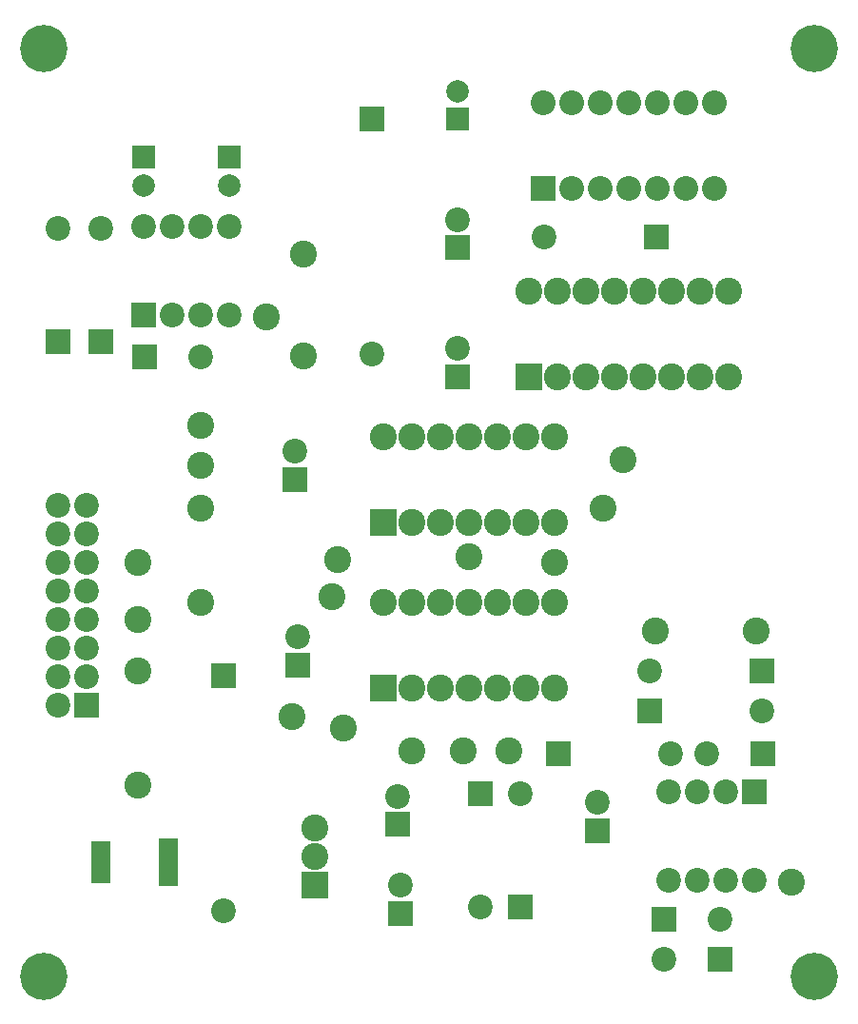
<source format=gts>
G04*
G04 #@! TF.GenerationSoftware,Altium Limited,Altium Designer,21.2.1 (34)*
G04*
G04 Layer_Color=8388736*
%FSLAX25Y25*%
%MOIN*%
G70*
G04*
G04 #@! TF.SameCoordinates,80AB4F38-7A27-461E-8C37-B356CBF0BF54*
G04*
G04*
G04 #@! TF.FilePolarity,Negative*
G04*
G01*
G75*
%ADD17C,0.09461*%
%ADD18R,0.09461X0.09461*%
%ADD19R,0.08661X0.08661*%
%ADD20C,0.08661*%
%ADD21R,0.08674X0.08674*%
%ADD22C,0.08674*%
%ADD23R,0.08661X0.08661*%
%ADD24R,0.07874X0.07874*%
%ADD25C,0.07874*%
%ADD26C,0.16548*%
%ADD27R,0.06706X0.16548*%
%ADD28R,0.06706X0.14580*%
%ADD29R,0.09461X0.09461*%
%ADD30C,0.09461*%
D17*
X194000Y204000D02*
D03*
X184000D02*
D03*
X174000D02*
D03*
X164000D02*
D03*
X154000D02*
D03*
X144000D02*
D03*
X134000D02*
D03*
X194000Y174000D02*
D03*
X184000D02*
D03*
X174000D02*
D03*
X164000D02*
D03*
X154000D02*
D03*
X144000D02*
D03*
Y116000D02*
D03*
X154000D02*
D03*
X164000D02*
D03*
X174000D02*
D03*
X184000D02*
D03*
X194000D02*
D03*
X134000Y146000D02*
D03*
X144000D02*
D03*
X154000D02*
D03*
X164000D02*
D03*
X174000D02*
D03*
X184000D02*
D03*
X194000D02*
D03*
X195000Y225000D02*
D03*
X205000D02*
D03*
X215000D02*
D03*
X225000D02*
D03*
X235000D02*
D03*
X245000D02*
D03*
X255000D02*
D03*
X185000Y255000D02*
D03*
X195000D02*
D03*
X205000D02*
D03*
X215000D02*
D03*
X225000D02*
D03*
X235000D02*
D03*
X245000D02*
D03*
X255000D02*
D03*
X106000Y232283D02*
D03*
Y267717D02*
D03*
X229283Y136000D02*
D03*
X264717D02*
D03*
X110000Y67000D02*
D03*
Y57000D02*
D03*
D18*
X134000Y174000D02*
D03*
Y116000D02*
D03*
X185000Y225000D02*
D03*
D19*
X78000Y120220D02*
D03*
X104000Y124000D02*
D03*
X130000Y315220D02*
D03*
X160000Y225000D02*
D03*
Y270079D02*
D03*
X264000Y79630D02*
D03*
X168000Y78685D02*
D03*
X209000Y66000D02*
D03*
X182000Y39315D02*
D03*
X35000Y237315D02*
D03*
X50000Y246370D02*
D03*
X20000Y237315D02*
D03*
X30000Y110000D02*
D03*
X140000Y37000D02*
D03*
X139000Y68158D02*
D03*
X103000Y189000D02*
D03*
D20*
X78000Y37780D02*
D03*
X104000Y133843D02*
D03*
X190315Y274000D02*
D03*
X130000Y232780D02*
D03*
X160000Y234842D02*
D03*
Y279921D02*
D03*
X264000Y48370D02*
D03*
X254000D02*
D03*
X244000D02*
D03*
X234000D02*
D03*
Y79630D02*
D03*
X244000D02*
D03*
X254000D02*
D03*
X247158Y93000D02*
D03*
X251842Y35000D02*
D03*
X168000Y39315D02*
D03*
X266685Y108000D02*
D03*
X232157Y21000D02*
D03*
X209000Y75842D02*
D03*
X182000Y78685D02*
D03*
X35000Y276685D02*
D03*
X69842Y232000D02*
D03*
X50000Y277630D02*
D03*
X60000D02*
D03*
X70000D02*
D03*
X80000D02*
D03*
Y246370D02*
D03*
X70000D02*
D03*
X60000D02*
D03*
X20000Y276685D02*
D03*
X227315Y122000D02*
D03*
X20000Y180000D02*
D03*
X30000D02*
D03*
X20000Y170000D02*
D03*
X30000D02*
D03*
X20000Y160000D02*
D03*
X30000D02*
D03*
X20000Y150000D02*
D03*
X30000D02*
D03*
X20000Y140000D02*
D03*
X30000D02*
D03*
X20000Y130000D02*
D03*
X30000D02*
D03*
X20000Y120000D02*
D03*
X30000D02*
D03*
X20000Y110000D02*
D03*
X234685Y93000D02*
D03*
X140000Y46843D02*
D03*
X139000Y78000D02*
D03*
X103000Y198843D02*
D03*
D21*
X190000Y291000D02*
D03*
D22*
X200000D02*
D03*
X210000D02*
D03*
X220000D02*
D03*
X230000D02*
D03*
X240000D02*
D03*
X250000D02*
D03*
X190000Y321000D02*
D03*
X200000D02*
D03*
X210000D02*
D03*
X220000D02*
D03*
X230000D02*
D03*
X240000D02*
D03*
X250000D02*
D03*
D23*
X229685Y274000D02*
D03*
X266843Y93000D02*
D03*
X232157Y35000D02*
D03*
X227315Y108000D02*
D03*
X251842Y21000D02*
D03*
X50157Y232000D02*
D03*
X266685Y122000D02*
D03*
X195315Y93000D02*
D03*
D24*
X160000Y315079D02*
D03*
X50000Y301842D02*
D03*
X80000D02*
D03*
D25*
X160000Y324921D02*
D03*
X50000Y292000D02*
D03*
X80000D02*
D03*
D26*
X15000Y15000D02*
D03*
Y340000D02*
D03*
X285000D02*
D03*
Y15000D02*
D03*
D27*
X58622Y55000D02*
D03*
D28*
X35000D02*
D03*
D29*
X110000Y47000D02*
D03*
D30*
X70000Y146000D02*
D03*
X48000Y82000D02*
D03*
Y122000D02*
D03*
Y160000D02*
D03*
X164000Y162000D02*
D03*
X194027Y160000D02*
D03*
X116000Y148000D02*
D03*
X118000Y161000D02*
D03*
X120000Y102000D02*
D03*
X162000Y94000D02*
D03*
X177740Y93740D02*
D03*
X218000Y196000D02*
D03*
X70000Y208000D02*
D03*
Y194000D02*
D03*
X102000Y106000D02*
D03*
X144000Y94000D02*
D03*
X277000Y48000D02*
D03*
X93000Y246000D02*
D03*
X70000Y179000D02*
D03*
X48000Y140000D02*
D03*
X211000Y179000D02*
D03*
M02*

</source>
